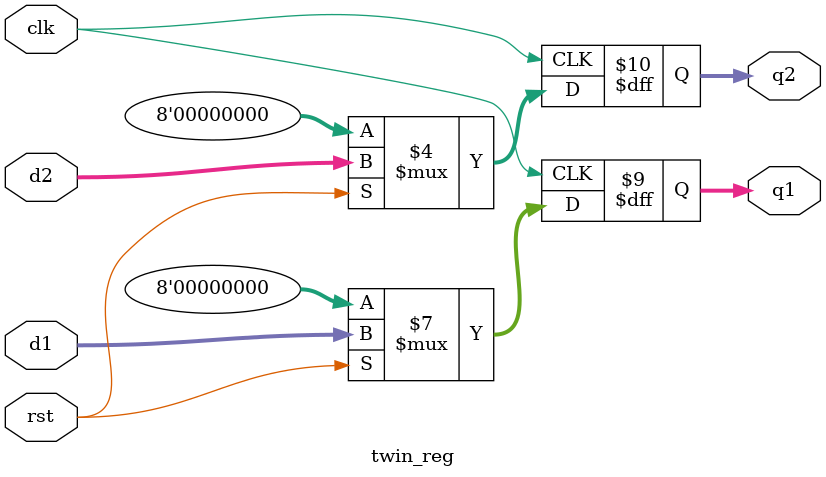
<source format=sv>

module twin_reg ( input [7:0] d1, d2, input clk, input rst, output reg [7:0] q1, q2);
  always @(posedge clk) begin
    if (!rst)begin
      q1 <= 8'b 0;
      q2 <= 8'b 0;
    end
    else begin 
      q1 <= d1; // this will create 8 1 bit dff
      q2 <= d2; // this will create 8 1 bit dff
    end 
  end 
endmodule
</source>
